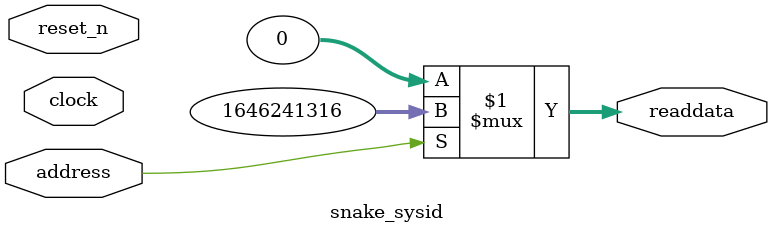
<source format=v>



// synthesis translate_off
`timescale 1ns / 1ps
// synthesis translate_on

// turn off superfluous verilog processor warnings 
// altera message_level Level1 
// altera message_off 10034 10035 10036 10037 10230 10240 10030 

module snake_sysid (
               // inputs:
                address,
                clock,
                reset_n,

               // outputs:
                readdata
             )
;

  output  [ 31: 0] readdata;
  input            address;
  input            clock;
  input            reset_n;

  wire    [ 31: 0] readdata;
  //control_slave, which is an e_avalon_slave
  assign readdata = address ? 1646241316 : 0;

endmodule



</source>
